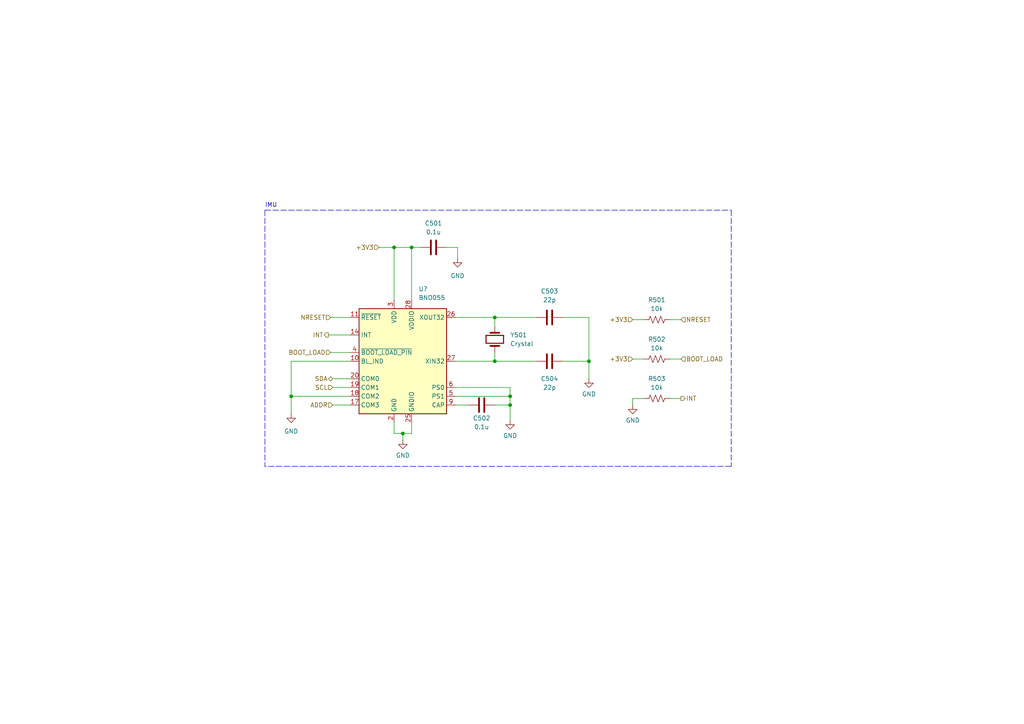
<source format=kicad_sch>
(kicad_sch (version 20211123) (generator eeschema)
  (paper "A4")
  (lib_symbols
    (symbol "Device:C" (pin_numbers hide) (pin_names (offset 0.254))
      (property "Reference" "C" (at 0.635 2.54 0))
      (property "Value" "C" (at 0.635 -2.54 0))
      (symbol "C_0_1"
        (polyline (pts (xy -2.032 -0.762) (xy 2.032 -0.762)) (stroke (width 0.508)))
        (polyline (pts (xy -2.032 0.762) (xy 2.032 0.762)) (stroke (width 0.508)))
      )
      (symbol "C_1_1"
        (pin passive line (at 0 3.81 270) (length 2.794) (name "~") (number "1"))
        (pin passive line (at 0 -3.81 90) (length 2.794) (name "~") (number "2"))
      )
    )
    (symbol "Device:Crystal" (pin_numbers hide) (pin_names (offset 1.016) hide)
      (property "Reference" "Y" (at 0 3.81 0))
      (property "Value" "Crystal" (at 0 -3.81 0))
      (symbol "Crystal_0_1"
        (rectangle (start -1.143 2.54) (end 1.143 -2.54) (stroke (width 0.3048)))
        (polyline (pts (xy -2.54 0) (xy -1.905 0)))
        (polyline (pts (xy -1.905 -1.27) (xy -1.905 1.27)) (stroke (width 0.508)))
        (polyline (pts (xy 1.905 -1.27) (xy 1.905 1.27)) (stroke (width 0.508)))
        (polyline (pts (xy 2.54 0) (xy 1.905 0)))
      )
      (symbol "Crystal_1_1"
        (pin passive line (at -3.81 0 0) (length 1.27) (name "1") (number "1"))
        (pin passive line (at 3.81 0 180) (length 1.27) (name "2") (number "2"))
      )
    )
    (symbol "Device:R_US" (pin_numbers hide) (pin_names (offset 0))
      (property "Reference" "R" (at 2.54 0 90))
      (property "Value" "R_US" (at -2.54 0 90))
      (symbol "R_US_0_1"
        (polyline (pts (xy 0 -2.286) (xy 0 -2.54)))
        (polyline (pts (xy 0 2.286) (xy 0 2.54)))
        (polyline (pts (xy 0 -0.762) (xy 1.016 -1.143) (xy 0 -1.524) (xy -1.016 -1.905) (xy 0 -2.286)))
        (polyline (pts (xy 0 0.762) (xy 1.016 0.381) (xy 0 0) (xy -1.016 -0.381) (xy 0 -0.762)))
        (polyline (pts (xy 0 2.286) (xy 1.016 1.905) (xy 0 1.524) (xy -1.016 1.143) (xy 0 0.762)))
      )
      (symbol "R_US_1_1"
        (pin passive line (at 0 3.81 270) (length 1.27) (name "~") (number "1"))
        (pin passive line (at 0 -3.81 90) (length 1.27) (name "~") (number "2"))
      )
    )
    (symbol "GAINS_PCB_SYMBOLS:BNO055"
      (property "Reference" "U" (at -11.43 16.51 0))
      (property "Value" "BNO055" (at 12.7 16.51 0))
      (symbol "BNO055_0_1"
        (rectangle (start -12.7 15.24) (end 12.7 -15.24) (stroke (width 0.254)) (fill (type background)))
      )
      (symbol "BNO055_1_1"
        (pin no_connect line (at -12.7 10.16 0) (length 2.54) hide (name "PIN1") (number "1"))
        (pin output line (at -15.24 0 0) (length 2.54) (name "BL_IND") (number "10"))
        (pin input line (at -15.24 12.7 0) (length 2.54) (name "~{RESET}") (number "11"))
        (pin no_connect line (at 12.7 10.16 180) (length 2.54) hide (name "PIN12") (number "12"))
        (pin no_connect line (at 12.7 7.62 180) (length 2.54) hide (name "PIN13") (number "13"))
        (pin output line (at -15.24 7.62 0) (length 2.54) (name "INT") (number "14"))
        (pin passive line (at 2.54 -17.78 90) (length 2.54) hide (name "GNDIO") (number "15"))
        (pin passive line (at 2.54 -17.78 90) (length 2.54) hide (name "GNDIO") (number "16"))
        (pin input line (at -15.24 -12.7 0) (length 2.54) (name "COM3") (number "17"))
        (pin bidirectional line (at -15.24 -10.16 0) (length 2.54) (name "COM2") (number "18"))
        (pin bidirectional line (at -15.24 -7.62 0) (length 2.54) (name "COM1") (number "19"))
        (pin power_in line (at -2.54 -17.78 90) (length 2.54) (name "GND") (number "2"))
        (pin bidirectional line (at -15.24 -5.08 0) (length 2.54) (name "COM0") (number "20"))
        (pin no_connect line (at 12.7 5.08 180) (length 2.54) hide (name "PIN21") (number "21"))
        (pin no_connect line (at 12.7 2.54 180) (length 2.54) hide (name "PIN22") (number "22"))
        (pin no_connect line (at 12.7 -2.54 180) (length 2.54) hide (name "PIN23") (number "23"))
        (pin no_connect line (at 12.7 -5.08 180) (length 2.54) hide (name "PIN24") (number "24"))
        (pin power_in line (at 2.54 -17.78 90) (length 2.54) (name "GNDIO") (number "25"))
        (pin output line (at 15.24 12.7 180) (length 2.54) (name "XOUT32") (number "26"))
        (pin input line (at 15.24 0 180) (length 2.54) (name "XIN32") (number "27"))
        (pin power_in line (at 2.54 17.78 270) (length 2.54) (name "VDDIO") (number "28"))
        (pin power_in line (at -2.54 17.78 270) (length 2.54) (name "VDD") (number "3"))
        (pin input line (at -15.24 2.54 0) (length 2.54) (name "~{BOOT_LOAD_PIN}") (number "4"))
        (pin input line (at 15.24 -10.16 180) (length 2.54) (name "PS1") (number "5"))
        (pin input line (at 15.24 -7.62 180) (length 2.54) (name "PS0") (number "6"))
        (pin no_connect line (at -12.7 5.08 0) (length 2.54) hide (name "PIN7") (number "7"))
        (pin no_connect line (at -12.7 -2.54 0) (length 2.54) hide (name "PIN8") (number "8"))
        (pin passive line (at 15.24 -12.7 180) (length 2.54) (name "CAP") (number "9"))
      )
    )
    (symbol "power:GND" (power) (pin_names (offset 0))
      (property "Value" "GND" (at 0 -3.81 0))
      (symbol "GND_0_1"
        (polyline (pts (xy 0 0) (xy 0 -1.27) (xy 1.27 -1.27) (xy 0 -2.54) (xy -1.27 -1.27) (xy 0 -1.27)))
      )
      (symbol "GND_1_1"
        (pin power_in line (at 0 0 270) (length 0) hide (name "GND") (number "1"))
      )
    )
  )
  (junction (at 147.955 114.935))
  (junction (at 116.84 125.73))
  (junction (at 84.455 114.935))
  (junction (at 119.38 71.755))
  (junction (at 147.955 117.475))
  (junction (at 170.815 104.775))
  (junction (at 143.51 92.075))
  (junction (at 143.51 104.775))
  (junction (at 114.3 71.755))
  (wire (pts (xy 114.3 71.755) (xy 119.38 71.755)))
  (wire (pts (xy 84.455 114.935) (xy 101.6 114.935)))
  (wire (pts (xy 119.38 71.755) (xy 121.92 71.755)))
  (wire (pts (xy 183.515 92.71) (xy 186.69 92.71)))
  (wire (pts (xy 95.885 92.075) (xy 101.6 92.075)))
  (wire (pts (xy 132.08 92.075) (xy 143.51 92.075)))
  (wire (pts (xy 116.84 125.73) (xy 119.38 125.73)))
  (wire (pts (xy 95.25 97.155) (xy 101.6 97.155)))
  (wire (pts (xy 114.3 125.73) (xy 116.84 125.73)))
  (wire (pts (xy 143.51 117.475) (xy 147.955 117.475)))
  (wire (pts (xy 143.51 104.775) (xy 155.575 104.775)))
  (wire (pts (xy 95.885 102.235) (xy 101.6 102.235)))
  (wire (pts (xy 183.515 117.475) (xy 183.515 115.57)))
  (wire (pts (xy 132.08 112.395) (xy 147.955 112.395)))
  (wire (pts (xy 96.52 117.475) (xy 101.6 117.475)))
  (wire (pts (xy 143.51 92.075) (xy 143.51 94.615)))
  (polyline (pts (xy 76.835 60.96) (xy 212.09 60.96)))
  (wire (pts (xy 96.52 112.395) (xy 101.6 112.395)))
  (wire (pts (xy 163.195 92.075) (xy 170.815 92.075)))
  (wire (pts (xy 132.08 104.775) (xy 143.51 104.775)))
  (wire (pts (xy 183.515 115.57) (xy 186.69 115.57)))
  (wire (pts (xy 132.08 117.475) (xy 135.89 117.475)))
  (wire (pts (xy 129.54 71.755) (xy 132.715 71.755)))
  (polyline (pts (xy 76.835 60.96) (xy 76.835 135.255)))
  (wire (pts (xy 147.955 114.935) (xy 147.955 117.475)))
  (wire (pts (xy 147.955 117.475) (xy 147.955 121.92)))
  (wire (pts (xy 84.455 114.935) (xy 84.455 120.015)))
  (polyline (pts (xy 212.09 60.96) (xy 212.09 135.255)))
  (wire (pts (xy 109.855 71.755) (xy 114.3 71.755)))
  (wire (pts (xy 194.31 115.57) (xy 197.485 115.57)))
  (wire (pts (xy 116.84 125.73) (xy 116.84 127.635)))
  (wire (pts (xy 170.815 104.775) (xy 170.815 109.855)))
  (polyline (pts (xy 212.09 135.255) (xy 76.835 135.255)))
  (wire (pts (xy 84.455 104.775) (xy 84.455 114.935)))
  (wire (pts (xy 132.08 114.935) (xy 147.955 114.935)))
  (wire (pts (xy 194.31 92.71) (xy 197.485 92.71)))
  (wire (pts (xy 132.715 71.755) (xy 132.715 74.93)))
  (wire (pts (xy 114.3 71.755) (xy 114.3 86.995)))
  (wire (pts (xy 143.51 104.775) (xy 143.51 102.235)))
  (wire (pts (xy 119.38 71.755) (xy 119.38 86.995)))
  (wire (pts (xy 114.3 122.555) (xy 114.3 125.73)))
  (wire (pts (xy 143.51 92.075) (xy 155.575 92.075)))
  (wire (pts (xy 183.515 104.14) (xy 186.69 104.14)))
  (wire (pts (xy 147.955 112.395) (xy 147.955 114.935)))
  (wire (pts (xy 119.38 125.73) (xy 119.38 122.555)))
  (wire (pts (xy 194.31 104.14) (xy 197.485 104.14)))
  (wire (pts (xy 101.6 104.775) (xy 84.455 104.775)))
  (wire (pts (xy 170.815 92.075) (xy 170.815 104.775)))
  (wire (pts (xy 163.195 104.775) (xy 170.815 104.775)))
  (wire (pts (xy 96.52 109.855) (xy 101.6 109.855)))
  (text "IMU" (at 76.835 60.325 0) (effects (font (size 1.27 1.27)) (justify left bottom)))
  (hierarchical_label "+3V3" (shape input) (at 183.515 92.71 180))
  (hierarchical_label "NRESET" (shape input) (at 95.885 92.075 180))
  (hierarchical_label "SDA" (shape bidirectional) (at 96.52 109.855 180))
  (hierarchical_label "BOOT_LOAD" (shape input) (at 197.485 104.14 0))
  (hierarchical_label "+3V3" (shape input) (at 109.855 71.755 180))
  (hierarchical_label "INT" (shape output) (at 95.25 97.155 180))
  (hierarchical_label "BOOT_LOAD" (shape input) (at 95.885 102.235 180))
  (hierarchical_label "INT" (shape output) (at 197.485 115.57 0))
  (hierarchical_label "+3V3" (shape input) (at 183.515 104.14 180))
  (hierarchical_label "ADDR" (shape input) (at 96.52 117.475 180))
  (hierarchical_label "SCL" (shape input) (at 96.52 112.395 180))
  (hierarchical_label "NRESET" (shape input) (at 197.485 92.71 0))
  (symbol (lib_id "power:GND") (at 170.815 109.855 0) (unit 1)
    (property "Reference" "#PWR0505" (effects hide))
    (property "Value" "GND" (at 170.815 114.3 0))
  )
  (symbol (lib_id "Device:C") (at 125.73 71.755 90) (unit 1)
    (property "Reference" "C501" (at 125.73 64.77 90))
    (property "Value" "0.1u" (at 125.73 67.31 90))
  )
  (symbol (lib_id "Device:C") (at 159.385 92.075 270) (unit 1)
    (property "Reference" "C503" (at 159.385 84.455 90))
    (property "Value" "22p" (at 159.385 86.995 90))
  )
  (symbol (lib_id "Device:R_US") (at 190.5 92.71 90) (unit 1)
    (property "Reference" "R501" (at 190.5 86.995 90))
    (property "Value" "10k" (at 190.5 89.535 90))
  )
  (symbol (lib_id "Device:C") (at 159.385 104.775 270) (unit 1)
    (property "Reference" "C504" (at 159.385 109.855 90))
    (property "Value" "22p" (at 159.385 112.395 90))
  )
  (symbol (lib_id "Device:R_US") (at 190.5 104.14 90) (unit 1)
    (property "Reference" "R502" (at 190.5 98.425 90))
    (property "Value" "10k" (at 190.5 100.965 90))
  )
  (symbol (lib_id "Device:C") (at 139.7 117.475 90) (unit 1)
    (property "Reference" "C502" (at 139.7 121.285 90))
    (property "Value" "0.1u" (at 139.7 123.825 90))
  )
  (symbol (lib_id "power:GND") (at 132.715 74.93 0) (unit 1)
    (property "Reference" "#PWR0503" (effects hide))
    (property "Value" "GND" (at 132.715 80.01 0))
  )
  (symbol (lib_id "power:GND") (at 116.84 127.635 0) (unit 1)
    (property "Reference" "#PWR0502" (effects hide))
    (property "Value" "GND" (at 116.84 132.08 0))
  )
  (symbol (lib_id "Device:Crystal") (at 143.51 98.425 90) (unit 1)
    (property "Reference" "Y501" (at 147.955 97.1549 90) (effects (justify right)))
    (property "Value" "Crystal" (at 147.955 99.6949 90) (effects (justify right)))
  )
  (symbol (lib_id "GAINS_PCB_SYMBOLS:BNO055") (at 116.84 104.775 0) (unit 1)
    (property "Reference" "U?" (at 121.3994 83.82 0) (effects (justify left)))
    (property "Value" "BNO055" (at 121.3994 86.36 0) (effects (justify left)))
    (property "Footprint" "Package_LGA:LGA-28_5.2x3.8mm_P0.5mm" (effects hide))
    (property "Datasheet" "https://www.bosch-sensortec.com/media/boschsensortec/downloads/datasheets/bst-bno055-ds000.pdf" (effects hide))
  )
  (symbol (lib_id "power:GND") (at 84.455 120.015 0) (unit 1)
    (property "Reference" "#PWR0501" (effects hide))
    (property "Value" "GND" (at 84.455 125.095 0))
  )
  (symbol (lib_id "Device:R_US") (at 190.5 115.57 90) (unit 1)
    (property "Reference" "R503" (at 190.5 109.855 90))
    (property "Value" "10k" (at 190.5 112.395 90))
  )
  (symbol (lib_id "power:GND") (at 147.955 121.92 0) (unit 1)
    (property "Reference" "#PWR0504" (effects hide))
    (property "Value" "GND" (at 147.955 126.365 0))
  )
  (symbol (lib_id "power:GND") (at 183.515 117.475 0) (unit 1)
    (property "Reference" "#PWR0506" (effects hide))
    (property "Value" "GND" (at 183.515 121.92 0))
  )
)
</source>
